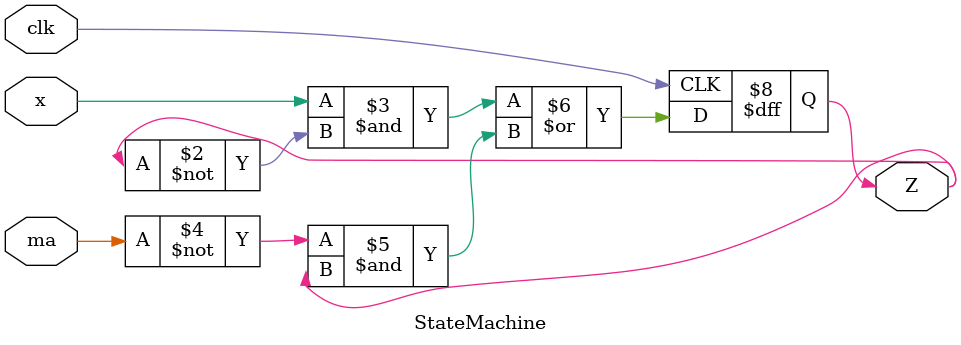
<source format=v>
module StateMachine(x,clk,ma,Z);
	input x, clk, ma;
	output reg Z;
	
	initial
    begin
		Z = 0;
    end
	
	always@(posedge clk) begin
    Z = (x & ~Z) | (~ma & Z);
	end
	
endmodule 

</source>
